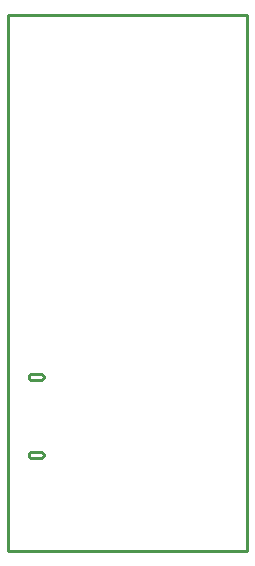
<source format=gbr>
G04 EAGLE Gerber RS-274X export*
G75*
%MOMM*%
%FSLAX34Y34*%
%LPD*%
%IN*%
%IPPOS*%
%AMOC8*
5,1,8,0,0,1.08239X$1,22.5*%
G01*
%ADD10C,0.254000*%


D10*
X-241300Y-330200D02*
X-38300Y-330200D01*
X-38300Y123700D01*
X-241300Y123700D01*
X-241300Y-330200D01*
X-220980Y-251460D02*
X-213360Y-251460D01*
X-213139Y-251450D01*
X-212919Y-251421D01*
X-212703Y-251373D01*
X-212491Y-251307D01*
X-212287Y-251222D01*
X-212090Y-251120D01*
X-211903Y-251001D01*
X-211727Y-250866D01*
X-211564Y-250716D01*
X-211414Y-250553D01*
X-211279Y-250377D01*
X-211160Y-250190D01*
X-211058Y-249993D01*
X-210973Y-249789D01*
X-210907Y-249577D01*
X-210859Y-249361D01*
X-210830Y-249141D01*
X-210820Y-248920D01*
X-210830Y-248699D01*
X-210859Y-248479D01*
X-210907Y-248263D01*
X-210973Y-248051D01*
X-211058Y-247847D01*
X-211160Y-247650D01*
X-211279Y-247463D01*
X-211414Y-247287D01*
X-211564Y-247124D01*
X-211727Y-246974D01*
X-211903Y-246839D01*
X-212090Y-246720D01*
X-212287Y-246618D01*
X-212491Y-246533D01*
X-212703Y-246467D01*
X-212919Y-246419D01*
X-213139Y-246390D01*
X-213360Y-246380D01*
X-220980Y-246380D01*
X-221201Y-246390D01*
X-221421Y-246419D01*
X-221637Y-246467D01*
X-221849Y-246533D01*
X-222053Y-246618D01*
X-222250Y-246720D01*
X-222437Y-246839D01*
X-222613Y-246974D01*
X-222776Y-247124D01*
X-222926Y-247287D01*
X-223061Y-247463D01*
X-223180Y-247650D01*
X-223282Y-247847D01*
X-223367Y-248051D01*
X-223433Y-248263D01*
X-223481Y-248479D01*
X-223510Y-248699D01*
X-223520Y-248920D01*
X-223510Y-249141D01*
X-223481Y-249361D01*
X-223433Y-249577D01*
X-223367Y-249789D01*
X-223282Y-249993D01*
X-223180Y-250190D01*
X-223061Y-250377D01*
X-222926Y-250553D01*
X-222776Y-250716D01*
X-222613Y-250866D01*
X-222437Y-251001D01*
X-222250Y-251120D01*
X-222053Y-251222D01*
X-221849Y-251307D01*
X-221637Y-251373D01*
X-221421Y-251421D01*
X-221201Y-251450D01*
X-220980Y-251460D01*
X-220980Y-185420D02*
X-213360Y-185420D01*
X-213139Y-185410D01*
X-212919Y-185381D01*
X-212703Y-185333D01*
X-212491Y-185267D01*
X-212287Y-185182D01*
X-212090Y-185080D01*
X-211903Y-184961D01*
X-211727Y-184826D01*
X-211564Y-184676D01*
X-211414Y-184513D01*
X-211279Y-184337D01*
X-211160Y-184150D01*
X-211058Y-183953D01*
X-210973Y-183749D01*
X-210907Y-183537D01*
X-210859Y-183321D01*
X-210830Y-183101D01*
X-210820Y-182880D01*
X-210830Y-182659D01*
X-210859Y-182439D01*
X-210907Y-182223D01*
X-210973Y-182011D01*
X-211058Y-181807D01*
X-211160Y-181610D01*
X-211279Y-181423D01*
X-211414Y-181247D01*
X-211564Y-181084D01*
X-211727Y-180934D01*
X-211903Y-180799D01*
X-212090Y-180680D01*
X-212287Y-180578D01*
X-212491Y-180493D01*
X-212703Y-180427D01*
X-212919Y-180379D01*
X-213139Y-180350D01*
X-213360Y-180340D01*
X-220980Y-180340D01*
X-221201Y-180350D01*
X-221421Y-180379D01*
X-221637Y-180427D01*
X-221849Y-180493D01*
X-222053Y-180578D01*
X-222250Y-180680D01*
X-222437Y-180799D01*
X-222613Y-180934D01*
X-222776Y-181084D01*
X-222926Y-181247D01*
X-223061Y-181423D01*
X-223180Y-181610D01*
X-223282Y-181807D01*
X-223367Y-182011D01*
X-223433Y-182223D01*
X-223481Y-182439D01*
X-223510Y-182659D01*
X-223520Y-182880D01*
X-223510Y-183101D01*
X-223481Y-183321D01*
X-223433Y-183537D01*
X-223367Y-183749D01*
X-223282Y-183953D01*
X-223180Y-184150D01*
X-223061Y-184337D01*
X-222926Y-184513D01*
X-222776Y-184676D01*
X-222613Y-184826D01*
X-222437Y-184961D01*
X-222250Y-185080D01*
X-222053Y-185182D01*
X-221849Y-185267D01*
X-221637Y-185333D01*
X-221421Y-185381D01*
X-221201Y-185410D01*
X-220980Y-185420D01*
M02*

</source>
